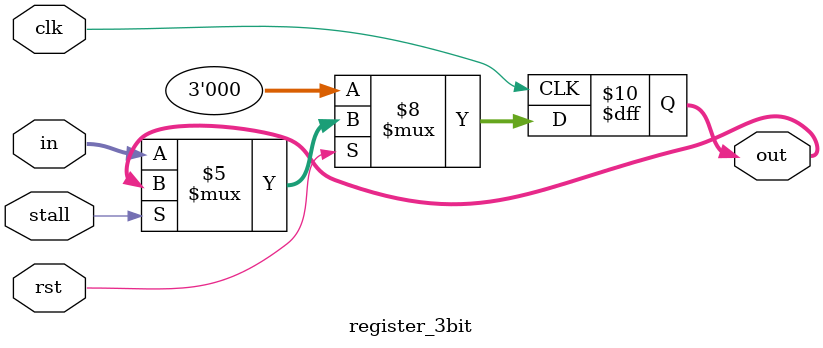
<source format=sv>
module register_3bit(clk,rst,in,out,stall);
input wire clk;
input wire rst,stall;
input wire [2:0] in;
output reg [2:0] out;

  always @(posedge clk)
    begin
        if ( rst == 1'b0)
        begin
            out <= 3'b0;
        end
        else if ( stall == 1'b1) 
        begin
            out <= out ;
        end
        else
        begin
            out <= in;
        end
    end


endmodule
</source>
